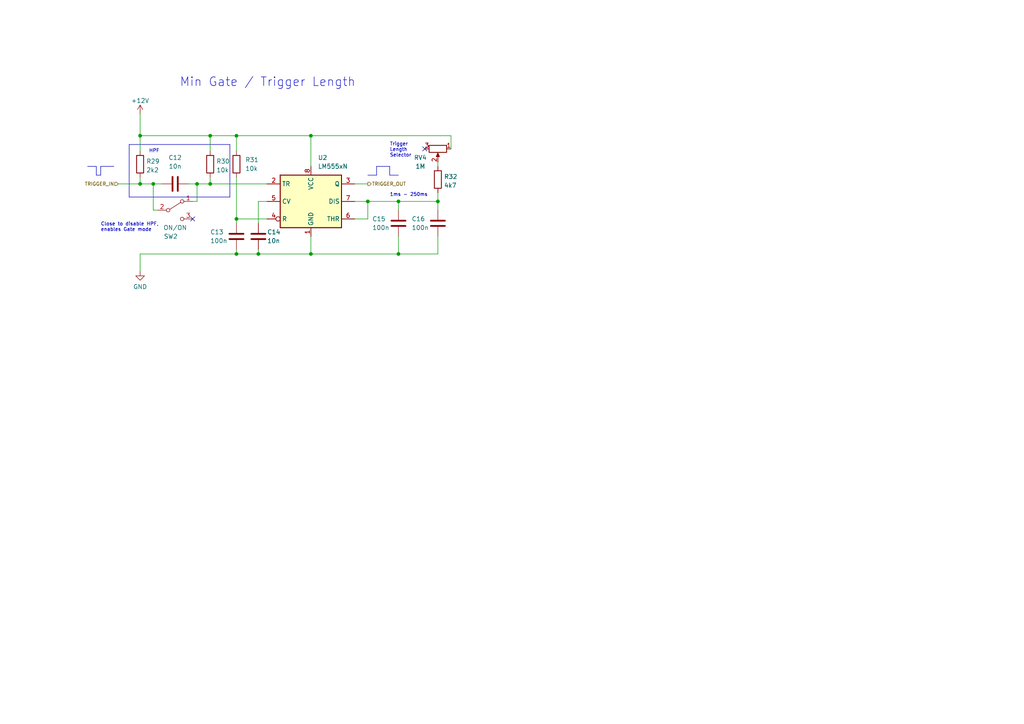
<source format=kicad_sch>
(kicad_sch (version 20230121) (generator eeschema)
  (paper "A4")
  (title_block (title "Manual Gate/Trigger Source") (rev "1") (company "moPsy"))
  (lib_symbols
    (symbol "Device:C" (pin_numbers hide) (pin_names (offset 0.254))
      (property "Reference" "C" (at 0.635 2.54 0))
      (property "Value" "C" (at 0.635 -2.54 0))
      (symbol "C_0_1"
        (polyline (pts (xy -2.032 -0.762) (xy 2.032 -0.762)) (stroke (width 0.508)))
        (polyline (pts (xy -2.032 0.762) (xy 2.032 0.762)) (stroke (width 0.508)))
      )
      (symbol "C_1_1"
        (pin passive line (at 0 3.81 270) (length 2.794) (name "~") (number "1"))
        (pin passive line (at 0 -3.81 90) (length 2.794) (name "~") (number "2"))
      )
    )
    (symbol "Device:R" (pin_numbers hide) (pin_names (offset 0))
      (property "Reference" "R" (at 2.032 0 90))
      (property "Value" "R" (at 0 0 90))
      (symbol "R_0_1"
        (rectangle (start -1.016 -2.54) (end 1.016 2.54) (stroke (width 0.254)))
      )
      (symbol "R_1_1"
        (pin passive line (at 0 3.81 270) (length 1.27) (name "~") (number "1"))
        (pin passive line (at 0 -3.81 90) (length 1.27) (name "~") (number "2"))
      )
    )
    (symbol "Device:R_Potentiometer" (pin_names (offset 1.016) hide)
      (property "Reference" "RV" (at -4.445 0 90))
      (property "Value" "R_Potentiometer" (at -2.54 0 90))
      (symbol "R_Potentiometer_0_1"
        (polyline (pts (xy 2.54 0) (xy 1.524 0)))
        (polyline (pts (xy 1.143 0) (xy 2.286 0.508) (xy 2.286 -0.508) (xy 1.143 0)) (fill (type outline)))
        (rectangle (start 1.016 2.54) (end -1.016 -2.54) (stroke (width 0.254)))
      )
      (symbol "R_Potentiometer_1_1"
        (pin passive line (at 0 3.81 270) (length 1.27) (name "1") (number "1"))
        (pin passive line (at 3.81 0 180) (length 1.27) (name "2") (number "2"))
        (pin passive line (at 0 -3.81 90) (length 1.27) (name "3") (number "3"))
      )
    )
    (symbol "Switch:SW_SPDT" (pin_names (offset 0) hide)
      (property "Reference" "SW" (at 0 4.318 0))
      (property "Value" "SW_SPDT" (at 0 -5.08 0))
      (symbol "SW_SPDT_0_0"
        (circle (center -2.032 0) (radius 0.508))
        (circle (center 2.032 -2.54) (radius 0.508))
      )
      (symbol "SW_SPDT_0_1"
        (polyline (pts (xy -1.524 0.254) (xy 1.651 2.286)))
        (circle (center 2.032 2.54) (radius 0.508))
      )
      (symbol "SW_SPDT_1_1"
        (pin passive line (at 5.08 2.54 180) (length 2.54) (name "A") (number "1"))
        (pin passive line (at -5.08 0 0) (length 2.54) (name "B") (number "2"))
        (pin passive line (at 5.08 -2.54 180) (length 2.54) (name "C") (number "3"))
      )
    )
    (symbol "Timer:LM555xN"
      (property "Reference" "U" (at -10.16 8.89 0))
      (property "Value" "LM555xN" (at 2.54 8.89 0))
      (symbol "LM555xN_0_0"
        (pin power_in line (at 0 -10.16 90) (length 2.54) (name "GND") (number "1"))
        (pin power_in line (at 0 10.16 270) (length 2.54) (name "VCC") (number "8"))
      )
      (symbol "LM555xN_0_1"
        (rectangle (start -8.89 -7.62) (end 8.89 7.62) (stroke (width 0.254)) (fill (type background)))
        (rectangle (start -8.89 -7.62) (end 8.89 7.62) (stroke (width 0.254)) (fill (type background)))
      )
      (symbol "LM555xN_1_1"
        (pin input line (at -12.7 5.08 0) (length 3.81) (name "TR") (number "2"))
        (pin output line (at 12.7 5.08 180) (length 3.81) (name "Q") (number "3"))
        (pin input inverted (at -12.7 -5.08 0) (length 3.81) (name "R") (number "4"))
        (pin input line (at -12.7 0 0) (length 3.81) (name "CV") (number "5"))
        (pin input line (at 12.7 -5.08 180) (length 3.81) (name "THR") (number "6"))
        (pin input line (at 12.7 0 180) (length 3.81) (name "DIS") (number "7"))
      )
    )
    (symbol "power:+12V" (power) (pin_names (offset 0))
      (property "Value" "+12V" (at 0 3.556 0))
      (symbol "+12V_0_1"
        (polyline (pts (xy -0.762 1.27) (xy 0 2.54)))
        (polyline (pts (xy 0 0) (xy 0 2.54)))
        (polyline (pts (xy 0 2.54) (xy 0.762 1.27)))
      )
      (symbol "+12V_1_1"
        (pin power_in line (at 0 0 90) (length 0) hide (name "+12V") (number "1"))
      )
    )
    (symbol "power:GND" (power) (pin_names (offset 0))
      (property "Value" "GND" (at 0 -3.81 0))
      (symbol "GND_0_1"
        (polyline (pts (xy 0 0) (xy 0 -1.27) (xy 1.27 -1.27) (xy 0 -2.54) (xy -1.27 -1.27) (xy 0 -1.27)))
      )
      (symbol "GND_1_1"
        (pin power_in line (at 0 0 270) (length 0) hide (name "GND") (number "1"))
      )
    )
  )
  (junction (at 68.58 73.66))
  (junction (at 44.45 53.34))
  (junction (at 115.57 58.42))
  (junction (at 40.64 39.37))
  (junction (at 90.17 39.37))
  (junction (at 68.58 39.37))
  (junction (at 68.58 63.5))
  (junction (at 74.93 73.66))
  (junction (at 115.57 73.66))
  (junction (at 40.64 53.34))
  (junction (at 127 58.42))
  (junction (at 106.68 58.42))
  (junction (at 60.96 39.37))
  (junction (at 57.15 53.34))
  (junction (at 90.17 73.66))
  (junction (at 60.96 53.34))
  (no_connect (at 55.88 63.5))
  (no_connect (at 123.19 43.18))
  (wire (pts (xy 60.96 53.34) (xy 77.47 53.34)))
  (wire (pts (xy 74.93 58.42) (xy 74.93 64.77)))
  (polyline (pts (xy 29.21 50.8) (xy 29.21 48.26)) (stroke (width 0) (type solid)))
  (wire (pts (xy 60.96 39.37) (xy 68.58 39.37)))
  (wire (pts (xy 127 58.42) (xy 127 60.96)))
  (wire (pts (xy 127 55.88) (xy 127 58.42)))
  (wire (pts (xy 115.57 58.42) (xy 115.57 60.96)))
  (wire (pts (xy 74.93 73.66) (xy 90.17 73.66)))
  (polyline (pts (xy 37.465 41.91) (xy 37.465 57.15)))
  (wire (pts (xy 115.57 68.58) (xy 115.57 73.66)))
  (wire (pts (xy 90.17 39.37) (xy 90.17 48.26)))
  (wire (pts (xy 68.58 73.66) (xy 74.93 73.66)))
  (wire (pts (xy 40.64 51.435) (xy 40.64 53.34)))
  (polyline (pts (xy 66.675 41.91) (xy 66.675 57.15)))
  (wire (pts (xy 102.87 53.34) (xy 106.68 53.34)))
  (wire (pts (xy 57.15 53.34) (xy 60.96 53.34)))
  (wire (pts (xy 45.72 60.96) (xy 44.45 60.96)))
  (wire (pts (xy 102.87 63.5) (xy 106.68 63.5)))
  (wire (pts (xy 77.47 63.5) (xy 68.58 63.5)))
  (wire (pts (xy 106.68 58.42) (xy 115.57 58.42)))
  (wire (pts (xy 90.17 68.58) (xy 90.17 73.66)))
  (wire (pts (xy 40.64 43.815) (xy 40.64 39.37)))
  (wire (pts (xy 115.57 58.42) (xy 127 58.42)))
  (polyline (pts (xy 29.21 48.26) (xy 33.02 48.26)) (stroke (width 0) (type solid)))
  (wire (pts (xy 68.58 39.37) (xy 68.58 43.815)))
  (wire (pts (xy 68.58 39.37) (xy 90.17 39.37)))
  (wire (pts (xy 40.64 33.02) (xy 40.64 39.37)))
  (wire (pts (xy 68.58 51.435) (xy 68.58 63.5)))
  (wire (pts (xy 54.61 53.34) (xy 57.15 53.34)))
  (polyline (pts (xy 115.57 50.8) (xy 113.03 50.8)) (stroke (width 0) (type solid)))
  (wire (pts (xy 127 46.99) (xy 127 48.26)))
  (wire (pts (xy 40.64 39.37) (xy 60.96 39.37)))
  (wire (pts (xy 130.81 39.37) (xy 130.81 43.18)))
  (wire (pts (xy 90.17 73.66) (xy 115.57 73.66)))
  (wire (pts (xy 55.88 58.42) (xy 57.15 58.42)))
  (wire (pts (xy 40.64 78.74) (xy 40.64 73.66)))
  (wire (pts (xy 106.68 63.5) (xy 106.68 58.42)))
  (wire (pts (xy 34.29 53.34) (xy 40.64 53.34)))
  (wire (pts (xy 40.64 73.66) (xy 68.58 73.66)))
  (polyline (pts (xy 113.03 48.26) (xy 109.22 48.26)) (stroke (width 0) (type solid)))
  (polyline (pts (xy 109.22 48.26) (xy 109.22 50.8)) (stroke (width 0) (type solid)))
  (polyline (pts (xy 109.22 50.8) (xy 106.68 50.8)) (stroke (width 0) (type solid)))
  (polyline (pts (xy 113.03 50.8) (xy 113.03 48.26)) (stroke (width 0) (type solid)))
  (wire (pts (xy 90.17 39.37) (xy 130.81 39.37)))
  (wire (pts (xy 44.45 53.34) (xy 46.99 53.34)))
  (wire (pts (xy 68.58 63.5) (xy 68.58 64.77)))
  (wire (pts (xy 60.96 39.37) (xy 60.96 43.815)))
  (polyline (pts (xy 27.94 48.26) (xy 27.94 50.8)) (stroke (width 0) (type solid)))
  (wire (pts (xy 115.57 73.66) (xy 127 73.66)))
  (wire (pts (xy 57.15 53.34) (xy 57.15 58.42)))
  (wire (pts (xy 40.64 53.34) (xy 44.45 53.34)))
  (polyline (pts (xy 37.465 41.91) (xy 66.675 41.91)))
  (wire (pts (xy 74.93 58.42) (xy 77.47 58.42)))
  (polyline (pts (xy 27.94 50.8) (xy 29.21 50.8)) (stroke (width 0) (type solid)))
  (wire (pts (xy 68.58 72.39) (xy 68.58 73.66)))
  (wire (pts (xy 74.93 72.39) (xy 74.93 73.66)))
  (wire (pts (xy 44.45 53.34) (xy 44.45 60.96)))
  (wire (pts (xy 127 68.58) (xy 127 73.66)))
  (polyline (pts (xy 25.4 48.26) (xy 27.94 48.26)) (stroke (width 0) (type solid)))
  (wire (pts (xy 60.96 51.435) (xy 60.96 53.34)))
  (wire (pts (xy 102.87 58.42) (xy 106.68 58.42)))
  (polyline (pts (xy 66.675 57.15) (xy 37.465 57.15)))
  (text "Min Gate / Trigger Length" (at 52.07 25.4 0) (effects (font (size 2.54 2.54)) (justify left bottom)))
  (text "Trigger\nLength\nSelector" (at 113.03 45.72 0) (effects (font (size 1 1)) (justify left bottom)))
  (text "HPF" (at 43.18 44.45 0) (effects (font (size 1 1)) (justify left bottom)))
  (text "1ms - 250ms" (at 113.03 57.15 0) (effects (font (size 1 1)) (justify left bottom)))
  (text "Close to disable HPF,\nenables Gate mode" (at 29.21 67.31 0) (effects (font (size 1 1)) (justify left bottom)))
  (hierarchical_label "TRIGGER_IN" (shape input) (at 34.29 53.34 180) (effects (font (size 1 1))))
  (hierarchical_label "TRIGGER_OUT" (shape output) (at 106.68 53.34 0) (effects (font (size 1 1))))
  (symbol (lib_id "Device:C") (at 74.93 68.58 0) (unit 1)
    (property "Reference" "C14" (at 77.47 67.31 0) (effects (justify left)))
    (property "Value" "10n" (at 77.47 69.85 0) (effects (justify left)))
    (property "Footprint" "Capacitor_THT:C_Disc_D4.3mm_W1.9mm_P5.00mm" (effects hide))
    (instances (project "manual-gate-trigger-source" (path "" (reference "C14") (unit 1)) (path "" (reference "C19") (unit 1)) (path "" (reference "C24") (unit 1)) (path "" (reference "C29") (unit 1))))
  )
  (symbol (lib_id "Device:R") (at 60.96 47.625 180) (unit 1)
    (property "Reference" "R30" (at 62.738 46.7903 0) (effects (justify right)))
    (property "Value" "10k" (at 62.738 49.3272 0) (effects (justify right)))
    (property "Footprint" "Resistor_THT:R_Axial_DIN0207_L6.3mm_D2.5mm_P7.62mm_Horizontal" (effects hide))
    (instances (project "manual-gate-trigger-source" (path "" (reference "R30") (unit 1)) (path "" (reference "R34") (unit 1)) (path "" (reference "R38") (unit 1)) (path "" (reference "R42") (unit 1))))
  )
  (symbol (lib_id "Device:R_Potentiometer") (at 127 43.18 270) (unit 1)
    (property "Reference" "RV4" (at 121.92 45.72 90))
    (property "Value" "1M" (at 121.92 48.26 90))
    (property "Footprint" "moPsy:Potentiometer_Befaco_12mm_Single_Vertical" (effects hide))
    (instances (project "manual-gate-trigger-source" (path "" (reference "RV4") (unit 1)) (path "" (reference "RV5") (unit 1)) (path "" (reference "RV6") (unit 1)) (path "" (reference "RV7") (unit 1))))
  )
  (symbol (lib_id "Device:C") (at 68.58 68.58 0) (unit 1)
    (property "Reference" "C13" (at 60.96 67.31 0) (effects (justify left)))
    (property "Value" "100n" (at 60.96 69.85 0) (effects (justify left)))
    (property "Footprint" "Capacitor_THT:C_Disc_D4.3mm_W1.9mm_P5.00mm" (effects hide))
    (instances (project "manual-gate-trigger-source" (path "" (reference "C13") (unit 1)) (path "" (reference "C18") (unit 1)) (path "" (reference "C23") (unit 1)) (path "" (reference "C28") (unit 1))))
  )
  (symbol (lib_id "Device:C") (at 50.8 53.34 90) (unit 1)
    (property "Reference" "C12" (at 50.8 45.72 90))
    (property "Value" "10n" (at 50.8 48.26 90))
    (property "Footprint" "Capacitor_THT:C_Disc_D4.3mm_W1.9mm_P5.00mm" (effects hide))
    (instances (project "manual-gate-trigger-source" (path "" (reference "C12") (unit 1)) (path "" (reference "C17") (unit 1)) (path "" (reference "C22") (unit 1)) (path "" (reference "C27") (unit 1))))
  )
  (symbol (lib_id "Device:C") (at 127 64.77 0) (unit 1)
    (property "Reference" "C16" (at 119.38 63.5 0) (effects (justify left)))
    (property "Value" "100n" (at 119.38 66.04 0) (effects (justify left)))
    (property "Footprint" "Capacitor_THT:C_Disc_D4.3mm_W1.9mm_P5.00mm" (effects hide))
    (instances (project "manual-gate-trigger-source" (path "" (reference "C16") (unit 1)) (path "" (reference "C21") (unit 1)) (path "" (reference "C26") (unit 1)) (path "" (reference "C31") (unit 1))))
  )
  (symbol (lib_id "Device:R") (at 127 52.07 180) (unit 1)
    (property "Reference" "R32" (at 128.778 51.2353 0) (effects (justify right)))
    (property "Value" "4k7" (at 128.778 53.7722 0) (effects (justify right)))
    (property "Footprint" "Resistor_THT:R_Axial_DIN0207_L6.3mm_D2.5mm_P7.62mm_Horizontal" (effects hide))
    (instances (project "manual-gate-trigger-source" (path "" (reference "R32") (unit 1)) (path "" (reference "R36") (unit 1)) (path "" (reference "R40") (unit 1)) (path "" (reference "R44") (unit 1))))
  )
  (symbol (lib_id "power:GND") (at 40.64 78.74 0) (unit 1)
    (property "Reference" "#PWR028" (effects hide))
    (property "Value" "GND" (at 40.64 83.1834 0))
    (instances (project "manual-gate-trigger-source" (path "" (reference "#PWR028") (unit 1)) (path "" (reference "#PWR030") (unit 1)) (path "" (reference "#PWR032") (unit 1)) (path "" (reference "#PWR034") (unit 1))))
  )
  (symbol (lib_id "Device:R") (at 40.64 47.625 180) (unit 1)
    (property "Reference" "R29" (at 42.418 46.7903 0) (effects (justify right)))
    (property "Value" "2k2" (at 42.418 49.3272 0) (effects (justify right)))
    (property "Footprint" "Resistor_THT:R_Axial_DIN0207_L6.3mm_D2.5mm_P7.62mm_Horizontal" (effects hide))
    (instances (project "manual-gate-trigger-source" (path "" (reference "R29") (unit 1)) (path "" (reference "R33") (unit 1)) (path "" (reference "R37") (unit 1)) (path "" (reference "R41") (unit 1))))
  )
  (symbol (lib_id "Device:C") (at 115.57 64.77 0) (unit 1)
    (property "Reference" "C15" (at 107.95 63.5 0) (effects (justify left)))
    (property "Value" "100n" (at 107.95 66.04 0) (effects (justify left)))
    (property "Footprint" "Capacitor_THT:C_Disc_D4.3mm_W1.9mm_P5.00mm" (effects hide))
    (instances (project "manual-gate-trigger-source" (path "" (reference "C15") (unit 1)) (path "" (reference "C20") (unit 1)) (path "" (reference "C25") (unit 1)) (path "" (reference "C30") (unit 1))))
  )
  (symbol (lib_id "Switch:SW_SPDT") (at 50.8 60.96 0) (unit 1)
    (property "Reference" "SW2" (at 49.53 68.58 0))
    (property "Value" "ON/ON" (at 50.8 66.04 0))
    (property "Footprint" "moPsy:PB_Hor_7x7_2pole" (effects hide))
    (instances (project "manual-gate-trigger-source" (path "" (reference "SW2") (unit 1)) (path "" (reference "SW3") (unit 1)) (path "" (reference "SW4") (unit 1)) (path "" (reference "SW5") (unit 1))))
  )
  (symbol (lib_id "Timer:LM555xN") (at 90.17 58.42 0) (unit 1)
    (property "Reference" "U2" (at 92.1894 45.72 0) (effects (justify left)))
    (property "Value" "LM555xN" (at 92.1894 48.26 0) (effects (justify left)))
    (property "Footprint" "Package_DIP:DIP-8_W7.62mm" (effects hide))
    (property "Datasheet" "http://www.ti.com/lit/ds/symlink/lm555.pdf" (effects hide))
    (instances (project "manual-gate-trigger-source" (path "" (reference "U2") (unit 1)) (path "" (reference "U3") (unit 1)) (path "" (reference "U4") (unit 1)) (path "" (reference "U5") (unit 1))))
  )
  (symbol (lib_id "power:+12V") (at 40.64 33.02 0) (unit 1)
    (property "Reference" "#PWR027" (effects hide))
    (property "Value" "+12V" (at 40.64 29.21 0))
    (instances (project "manual-gate-trigger-source" (path "" (reference "#PWR027") (unit 1)) (path "" (reference "#PWR029") (unit 1)) (path "" (reference "#PWR031") (unit 1)) (path "" (reference "#PWR033") (unit 1))))
  )
  (symbol (lib_id "Device:R") (at 68.58 47.625 180) (unit 1)
    (property "Reference" "R31" (at 71.12 46.3549 0) (effects (justify right)))
    (property "Value" "10k" (at 71.12 48.8949 0) (effects (justify right)))
    (property "Footprint" "Resistor_THT:R_Axial_DIN0207_L6.3mm_D2.5mm_P7.62mm_Horizontal" (effects hide))
    (instances (project "manual-gate-trigger-source" (path "" (reference "R31") (unit 1)) (path "" (reference "R35") (unit 1)) (path "" (reference "R39") (unit 1)) (path "" (reference "R43") (unit 1))))
  )
)
</source>
